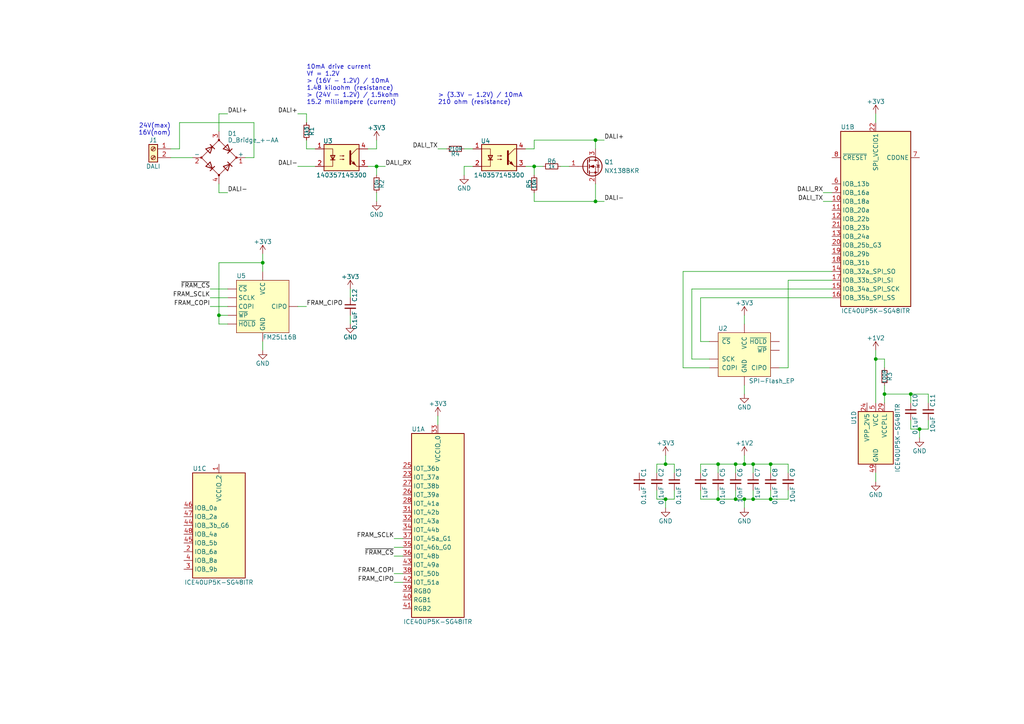
<source format=kicad_sch>
(kicad_sch (version 20230121) (generator eeschema)
  (paper "A4")
  (lib_symbols
    (symbol "Connector:Screw_Terminal_01x02" (pin_names (offset 1.016) hide)
      (property "Reference" "J" (at 0 2.54 0))
      (property "Value" "Screw_Terminal_01x02" (at 0 -5.08 0))
      (symbol "Screw_Terminal_01x02_1_1"
        (rectangle (start -1.27 1.27) (end 1.27 -3.81) (stroke (width 0.254)) (fill (type background)))
        (circle (center 0 -2.54) (radius 0.635) (stroke (width 0.1524)))
        (polyline (pts (xy -0.5334 -2.2098) (xy 0.3302 -3.048)) (stroke (width 0.1524)))
        (polyline (pts (xy -0.5334 0.3302) (xy 0.3302 -0.508)) (stroke (width 0.1524)))
        (polyline (pts (xy -0.3556 -2.032) (xy 0.508 -2.8702)) (stroke (width 0.1524)))
        (polyline (pts (xy -0.3556 0.508) (xy 0.508 -0.3302)) (stroke (width 0.1524)))
        (circle (center 0 0) (radius 0.635) (stroke (width 0.1524)))
        (pin passive line (at -5.08 0 0) (length 3.81) (name "Pin_1") (number "1"))
        (pin passive line (at -5.08 -2.54 0) (length 3.81) (name "Pin_2") (number "2"))
      )
    )
    (symbol "DX-MON:FM25L16B" (pin_numbers hide)
      (property "Reference" "U" (at -7.62 8.89 0))
      (property "Value" "FM25L16B" (at 0 -8.89 0))
      (symbol "FM25L16B_0_1"
        (rectangle (start -7.62 7.62) (end 7.62 -7.62) (stroke (width 0.1524)) (fill (type background)))
      )
      (symbol "FM25L16B_1_1"
        (pin input line (at -10.16 5.08 0) (length 2.54) (name "~{CS}") (number "1"))
        (pin output line (at 10.16 0 180) (length 2.54) (name "CIPO") (number "2"))
        (pin input line (at -10.16 -2.54 0) (length 2.54) (name "~{WP}") (number "3"))
        (pin power_in line (at 0 -10.16 90) (length 2.54) (name "GND") (number "4"))
        (pin input line (at -10.16 0 0) (length 2.54) (name "COPI") (number "5"))
        (pin input line (at -10.16 2.54 0) (length 2.54) (name "SCLK") (number "6"))
        (pin input line (at -10.16 -5.08 0) (length 2.54) (name "~{HOLD}") (number "7"))
        (pin power_in line (at 0 10.16 270) (length 2.54) (name "VCC") (number "8"))
      )
    )
    (symbol "DX_MON:SPI-Flash_EP" (pin_numbers hide) (pin_names (offset 1.016))
      (property "Reference" "U" (at -7.62 6.35 0))
      (property "Value" "SPI-Flash_EP" (at 1.27 -8.89 0))
      (symbol "SPI-Flash_EP_0_1"
        (rectangle (start -7.62 5.08) (end 7.62 -7.62) (fill (type background)))
      )
      (symbol "SPI-Flash_EP_1_1"
        (pin input line (at -10.16 2.54 0) (length 2.54) (name "~{CS}") (number "1"))
        (pin tri_state line (at 10.16 -5.08 180) (length 2.54) (name "CIPO") (number "2"))
        (pin input line (at 10.16 0 180) (length 2.54) (name "~{WP}") (number "3"))
        (pin passive line (at 0 -10.16 90) (length 2.54) (name "GND") (number "4"))
        (pin input line (at -10.16 -5.08 0) (length 2.54) (name "COPI") (number "5"))
        (pin input line (at -10.16 -2.54 0) (length 2.54) (name "SCK") (number "6"))
        (pin input line (at 10.16 2.54 180) (length 2.54) (name "~{HOLD}") (number "7"))
        (pin power_in line (at 0 7.62 270) (length 2.54) (name "VCC") (number "8"))
        (pin input line (at 0 -10.16 90) (length 2.54) hide (name "GND") (number "9"))
      )
    )
    (symbol "Device:C_Small" (pin_numbers hide) (pin_names (offset 0.254) hide)
      (property "Reference" "C" (at 0.254 1.778 0))
      (property "Value" "C_Small" (at 0.254 -2.032 0))
      (symbol "C_Small_0_1"
        (polyline (pts (xy -1.524 -0.508) (xy 1.524 -0.508)) (stroke (width 0.3302)))
        (polyline (pts (xy -1.524 0.508) (xy 1.524 0.508)) (stroke (width 0.3048)))
      )
      (symbol "C_Small_1_1"
        (pin passive line (at 0 2.54 270) (length 2.032) (name "~") (number "1"))
        (pin passive line (at 0 -2.54 90) (length 2.032) (name "~") (number "2"))
      )
    )
    (symbol "Device:D_Bridge_+-AA" (pin_names (offset 0))
      (property "Reference" "D" (at 2.54 6.985 0))
      (property "Value" "D_Bridge_+-AA" (at 2.54 5.08 0))
      (symbol "D_Bridge_+-AA_0_1"
        (circle (center -5.08 0) (radius 0.254) (fill (type outline)))
        (circle (center 0 -5.08) (radius 0.254) (fill (type outline)))
        (polyline (pts (xy -2.54 3.81) (xy -1.27 2.54)) (stroke (width 0.254)))
        (polyline (pts (xy -1.27 -2.54) (xy -2.54 -3.81)) (stroke (width 0.254)))
        (polyline (pts (xy 2.54 -1.27) (xy 3.81 -2.54)) (stroke (width 0.254)))
        (polyline (pts (xy 2.54 1.27) (xy 3.81 2.54)) (stroke (width 0.254)))
        (polyline (pts (xy -3.81 2.54) (xy -2.54 1.27) (xy -1.905 3.175) (xy -3.81 2.54)) (stroke (width 0.254)))
        (polyline (pts (xy -2.54 -1.27) (xy -3.81 -2.54) (xy -1.905 -3.175) (xy -2.54 -1.27)) (stroke (width 0.254)))
        (polyline (pts (xy 1.27 2.54) (xy 2.54 3.81) (xy 3.175 1.905) (xy 1.27 2.54)) (stroke (width 0.254)))
        (polyline (pts (xy 3.175 -1.905) (xy 1.27 -2.54) (xy 2.54 -3.81) (xy 3.175 -1.905)) (stroke (width 0.254)))
        (polyline (pts (xy -5.08 0) (xy 0 -5.08) (xy 5.08 0) (xy 0 5.08) (xy -5.08 0)))
        (circle (center 0 5.08) (radius 0.254) (fill (type outline)))
        (circle (center 5.08 0) (radius 0.254) (fill (type outline)))
      )
      (symbol "D_Bridge_+-AA_1_1"
        (pin passive line (at 7.62 0 180) (length 2.54) (name "+") (number "1"))
        (pin passive line (at -7.62 0 0) (length 2.54) (name "-") (number "2"))
        (pin passive line (at 0 7.62 270) (length 2.54) (name "~") (number "3"))
        (pin passive line (at 0 -7.62 90) (length 2.54) (name "~") (number "4"))
      )
    )
    (symbol "Device:Q_NMOS_GSD" (pin_names (offset 0) hide)
      (property "Reference" "Q" (at 5.08 1.27 0))
      (property "Value" "Q_NMOS_GSD" (at 5.08 -1.27 0))
      (symbol "Q_NMOS_GSD_0_1"
        (polyline (pts (xy 0.254 0) (xy -2.54 0)))
        (polyline (pts (xy 0.254 1.905) (xy 0.254 -1.905)) (stroke (width 0.254)))
        (polyline (pts (xy 0.762 -1.27) (xy 0.762 -2.286)) (stroke (width 0.254)))
        (polyline (pts (xy 0.762 0.508) (xy 0.762 -0.508)) (stroke (width 0.254)))
        (polyline (pts (xy 0.762 2.286) (xy 0.762 1.27)) (stroke (width 0.254)))
        (polyline (pts (xy 2.54 2.54) (xy 2.54 1.778)))
        (polyline (pts (xy 2.54 -2.54) (xy 2.54 0) (xy 0.762 0)))
        (polyline (pts (xy 0.762 -1.778) (xy 3.302 -1.778) (xy 3.302 1.778) (xy 0.762 1.778)))
        (polyline (pts (xy 1.016 0) (xy 2.032 0.381) (xy 2.032 -0.381) (xy 1.016 0)) (fill (type outline)))
        (polyline (pts (xy 2.794 0.508) (xy 2.921 0.381) (xy 3.683 0.381) (xy 3.81 0.254)))
        (polyline (pts (xy 3.302 0.381) (xy 2.921 -0.254) (xy 3.683 -0.254) (xy 3.302 0.381)))
        (circle (center 1.651 0) (radius 2.794) (stroke (width 0.254)))
        (circle (center 2.54 -1.778) (radius 0.254) (fill (type outline)))
        (circle (center 2.54 1.778) (radius 0.254) (fill (type outline)))
      )
      (symbol "Q_NMOS_GSD_1_1"
        (pin input line (at -5.08 0 0) (length 2.54) (name "G") (number "1"))
        (pin passive line (at 2.54 -5.08 90) (length 2.54) (name "S") (number "2"))
        (pin passive line (at 2.54 5.08 270) (length 2.54) (name "D") (number "3"))
      )
    )
    (symbol "Device:R_Small" (pin_numbers hide) (pin_names (offset 0.254) hide)
      (property "Reference" "R" (at 0.762 0.508 0))
      (property "Value" "R_Small" (at 0.762 -1.016 0))
      (symbol "R_Small_0_1"
        (rectangle (start -0.762 1.778) (end 0.762 -1.778) (stroke (width 0.2032)))
      )
      (symbol "R_Small_1_1"
        (pin passive line (at 0 2.54 270) (length 0.762) (name "~") (number "1"))
        (pin passive line (at 0 -2.54 90) (length 0.762) (name "~") (number "2"))
      )
    )
    (symbol "FPGA_Lattice:ICE40UP5K-SG48ITR"
      (property "Reference" "U" (at -8.89 -29.21 0))
      (property "Value" "ICE40UP5K-SG48ITR" (at 0 -31.75 0))
      (symbol "ICE40UP5K-SG48ITR_1_1"
        (rectangle (start -7.62 25.4) (end 7.62 -27.94) (stroke (width 0.254)) (fill (type background)))
        (pin bidirectional line (at -10.16 12.7 0) (length 2.54) (name "IOT_37a") (number "23"))
        (pin bidirectional line (at -10.16 15.24 0) (length 2.54) (name "IOT_36b") (number "25"))
        (pin bidirectional line (at -10.16 7.62 0) (length 2.54) (name "IOT_39a") (number "26"))
        (pin bidirectional line (at -10.16 10.16 0) (length 2.54) (name "IOT_38b") (number "27"))
        (pin bidirectional line (at -10.16 5.08 0) (length 2.54) (name "IOT_41a") (number "28"))
        (pin bidirectional line (at -10.16 2.54 0) (length 2.54) (name "IOT_42b") (number "31"))
        (pin bidirectional line (at -10.16 0 0) (length 2.54) (name "IOT_43a") (number "32"))
        (pin power_in line (at 0 27.94 270) (length 2.54) (name "VCCIO_0") (number "33"))
        (pin bidirectional line (at -10.16 -2.54 0) (length 2.54) (name "IOT_44b") (number "34"))
        (pin bidirectional line (at -10.16 -7.62 0) (length 2.54) (name "IOT_46b_G0") (number "35"))
        (pin bidirectional line (at -10.16 -10.16 0) (length 2.54) (name "IOT_48b") (number "36"))
        (pin bidirectional line (at -10.16 -5.08 0) (length 2.54) (name "IOT_45a_G1") (number "37"))
        (pin bidirectional line (at -10.16 -15.24 0) (length 2.54) (name "IOT_50b") (number "38"))
        (pin open_collector line (at -10.16 -20.32 0) (length 2.54) (name "RGB0") (number "39"))
        (pin open_collector line (at -10.16 -22.86 0) (length 2.54) (name "RGB1") (number "40"))
        (pin open_collector line (at -10.16 -25.4 0) (length 2.54) (name "RGB2") (number "41"))
        (pin bidirectional line (at -10.16 -17.78 0) (length 2.54) (name "IOT_51a") (number "42"))
        (pin bidirectional line (at -10.16 -12.7 0) (length 2.54) (name "IOT_49a") (number "43"))
      )
      (symbol "ICE40UP5K-SG48ITR_2_1"
        (rectangle (start -10.16 25.4) (end 10.16 -25.4) (stroke (width 0.254)) (fill (type background)))
        (pin bidirectional line (at -12.7 5.08 0) (length 2.54) (name "IOB_18a") (number "10"))
        (pin bidirectional line (at -12.7 2.54 0) (length 2.54) (name "IOB_20a") (number "11"))
        (pin bidirectional line (at -12.7 0 0) (length 2.54) (name "IOB_22b") (number "12"))
        (pin bidirectional line (at -12.7 -5.08 0) (length 2.54) (name "IOB_24a") (number "13"))
        (pin bidirectional line (at -12.7 -15.24 0) (length 2.54) (name "IOB_32a_SPI_SO") (number "14"))
        (pin bidirectional line (at -12.7 -20.32 0) (length 2.54) (name "IOB_34a_SPI_SCK") (number "15"))
        (pin bidirectional line (at -12.7 -22.86 0) (length 2.54) (name "IOB_35b_SPI_SS") (number "16"))
        (pin bidirectional line (at -12.7 -17.78 0) (length 2.54) (name "IOB_33b_SPI_SI") (number "17"))
        (pin bidirectional line (at -12.7 -12.7 0) (length 2.54) (name "IOB_31b") (number "18"))
        (pin bidirectional line (at -12.7 -10.16 0) (length 2.54) (name "IOB_29b") (number "19"))
        (pin bidirectional line (at -12.7 -7.62 0) (length 2.54) (name "IOB_25b_G3") (number "20"))
        (pin bidirectional line (at -12.7 -2.54 0) (length 2.54) (name "IOB_23b") (number "21"))
        (pin power_in line (at 0 27.94 270) (length 2.54) (name "SPI_VCCIO1") (number "22"))
        (pin bidirectional line (at -12.7 10.16 0) (length 2.54) (name "IOB_13b") (number "6"))
        (pin open_collector line (at 12.7 17.78 180) (length 2.54) (name "CDONE") (number "7"))
        (pin input line (at -12.7 17.78 0) (length 2.54) (name "~{CRESET}") (number "8"))
        (pin bidirectional line (at -12.7 7.62 0) (length 2.54) (name "IOB_16a") (number "9"))
      )
      (symbol "ICE40UP5K-SG48ITR_3_1"
        (rectangle (start -7.62 15.24) (end 7.62 -15.24) (stroke (width 0.254)) (fill (type background)))
        (pin power_in line (at 0 17.78 270) (length 2.54) (name "VCCIO_2") (number "1"))
        (pin bidirectional line (at -10.16 -7.62 0) (length 2.54) (name "IOB_6a") (number "2"))
        (pin bidirectional line (at -10.16 -12.7 0) (length 2.54) (name "IOB_9b") (number "3"))
        (pin bidirectional line (at -10.16 -10.16 0) (length 2.54) (name "IOB_8a") (number "4"))
        (pin bidirectional line (at -10.16 0 0) (length 2.54) (name "IOB_3b_G6") (number "44"))
        (pin bidirectional line (at -10.16 -5.08 0) (length 2.54) (name "IOB_5b") (number "45"))
        (pin bidirectional line (at -10.16 5.08 0) (length 2.54) (name "IOB_0a") (number "46"))
        (pin bidirectional line (at -10.16 2.54 0) (length 2.54) (name "IOB_2a") (number "47"))
        (pin bidirectional line (at -10.16 -2.54 0) (length 2.54) (name "IOB_4a") (number "48"))
      )
      (symbol "ICE40UP5K-SG48ITR_4_1"
        (rectangle (start -5.08 7.62) (end 5.08 -7.62) (stroke (width 0.254)) (fill (type background)))
        (pin power_in line (at -2.54 10.16 270) (length 2.54) (name "VPP_2V5") (number "24"))
        (pin power_out line (at 2.54 10.16 270) (length 2.54) (name "VCCPLL") (number "29"))
        (pin passive line (at 0 10.16 270) (length 2.54) hide (name "VCC") (number "30"))
        (pin power_in line (at 0 -10.16 90) (length 2.54) (name "GND") (number "49"))
        (pin power_in line (at 0 10.16 270) (length 2.54) (name "VCC") (number "5"))
      )
    )
    (symbol "Isolator:LTV-356T" (pin_names (offset 1.016))
      (property "Reference" "U" (at -5.334 4.826 0))
      (property "Value" "LTV-356T" (at 0 5.08 0))
      (symbol "LTV-356T_0_1"
        (rectangle (start -5.08 3.81) (end 5.08 -3.81) (stroke (width 0.254)) (fill (type background)))
        (polyline (pts (xy -3.175 -0.635) (xy -1.905 -0.635)) (stroke (width 0.254)))
        (polyline (pts (xy 2.54 0.635) (xy 4.445 2.54)))
        (polyline (pts (xy 4.445 -2.54) (xy 2.54 -0.635)) (fill (type outline)))
        (polyline (pts (xy 4.445 -2.54) (xy 5.08 -2.54)))
        (polyline (pts (xy 4.445 2.54) (xy 5.08 2.54)))
        (polyline (pts (xy -5.08 2.54) (xy -2.54 2.54) (xy -2.54 -0.762)))
        (polyline (pts (xy -2.54 -0.635) (xy -2.54 -2.54) (xy -5.08 -2.54)))
        (polyline (pts (xy 2.54 1.905) (xy 2.54 -1.905) (xy 2.54 -1.905)) (stroke (width 0.508)))
        (polyline (pts (xy -2.54 -0.635) (xy -3.175 0.635) (xy -1.905 0.635) (xy -2.54 -0.635)) (stroke (width 0.254)))
        (polyline (pts (xy -0.508 -0.508) (xy 0.762 -0.508) (xy 0.381 -0.635) (xy 0.381 -0.381) (xy 0.762 -0.508)))
        (polyline (pts (xy -0.508 0.508) (xy 0.762 0.508) (xy 0.381 0.381) (xy 0.381 0.635) (xy 0.762 0.508)))
        (polyline (pts (xy 3.048 -1.651) (xy 3.556 -1.143) (xy 4.064 -2.159) (xy 3.048 -1.651) (xy 3.048 -1.651)) (fill (type outline)))
      )
      (symbol "LTV-356T_1_1"
        (pin passive line (at -7.62 2.54 0) (length 2.54) (name "~") (number "1"))
        (pin passive line (at -7.62 -2.54 0) (length 2.54) (name "~") (number "2"))
        (pin passive line (at 7.62 -2.54 180) (length 2.54) (name "~") (number "3"))
        (pin passive line (at 7.62 2.54 180) (length 2.54) (name "~") (number "4"))
      )
    )
    (symbol "power:+1V2" (power) (pin_names (offset 0))
      (property "Value" "+1V2" (at 0 3.556 0))
      (symbol "+1V2_0_1"
        (polyline (pts (xy -0.762 1.27) (xy 0 2.54)))
        (polyline (pts (xy 0 0) (xy 0 2.54)))
        (polyline (pts (xy 0 2.54) (xy 0.762 1.27)))
      )
      (symbol "+1V2_1_1"
        (pin power_in line (at 0 0 90) (length 0) hide (name "+1V2") (number "1"))
      )
    )
    (symbol "power:+3V3" (power) (pin_names (offset 0))
      (property "Value" "+3V3" (at 0 3.556 0))
      (symbol "+3V3_0_1"
        (polyline (pts (xy -0.762 1.27) (xy 0 2.54)))
        (polyline (pts (xy 0 0) (xy 0 2.54)))
        (polyline (pts (xy 0 2.54) (xy 0.762 1.27)))
      )
      (symbol "+3V3_1_1"
        (pin power_in line (at 0 0 90) (length 0) hide (name "+3V3") (number "1"))
      )
    )
    (symbol "power:GND" (power) (pin_names (offset 0))
      (property "Value" "GND" (at 0 -3.81 0))
      (symbol "GND_0_1"
        (polyline (pts (xy 0 0) (xy 0 -1.27) (xy 1.27 -1.27) (xy 0 -2.54) (xy -1.27 -1.27) (xy 0 -1.27)))
      )
      (symbol "GND_1_1"
        (pin power_in line (at 0 0 270) (length 0) hide (name "GND") (number "1"))
      )
    )
  )
  (junction (at 208.28 144.78))
  (junction (at 76.2 76.2))
  (junction (at 215.9 134.62))
  (junction (at 254 104.14))
  (junction (at 172.72 40.64))
  (junction (at 264.16 114.3))
  (junction (at 223.52 144.78))
  (junction (at 109.22 48.26))
  (junction (at 266.7 124.46))
  (junction (at 154.94 48.26))
  (junction (at 215.9 144.78))
  (junction (at 256.54 114.3))
  (junction (at 213.36 144.78))
  (junction (at 63.5 91.44))
  (junction (at 172.72 58.42))
  (junction (at 213.36 134.62))
  (junction (at 208.28 134.62))
  (junction (at 218.44 134.62))
  (junction (at 193.04 134.62))
  (junction (at 218.44 144.78))
  (junction (at 193.04 144.78))
  (junction (at 223.52 134.62))
  (wire (pts (xy 109.22 50.8) (xy 109.22 48.26)))
  (wire (pts (xy 203.2 134.62) (xy 208.28 134.62)))
  (wire (pts (xy 203.2 137.16) (xy 203.2 134.62)))
  (wire (pts (xy 208.28 134.62) (xy 213.36 134.62)))
  (wire (pts (xy 213.36 134.62) (xy 215.9 134.62)))
  (wire (pts (xy 152.4 48.26) (xy 154.94 48.26)))
  (wire (pts (xy 154.94 58.42) (xy 172.72 58.42)))
  (wire (pts (xy 172.72 58.42) (xy 175.26 58.42)))
  (wire (pts (xy 215.9 91.44) (xy 215.9 93.98)))
  (wire (pts (xy 256.54 104.14) (xy 254 104.14)))
  (wire (pts (xy 256.54 106.68) (xy 256.54 104.14)))
  (wire (pts (xy 218.44 142.24) (xy 218.44 144.78)))
  (wire (pts (xy 264.16 121.92) (xy 264.16 124.46)))
  (wire (pts (xy 264.16 124.46) (xy 266.7 124.46)))
  (wire (pts (xy 266.7 124.46) (xy 266.7 127)))
  (wire (pts (xy 154.94 40.64) (xy 154.94 43.18)))
  (wire (pts (xy 154.94 43.18) (xy 152.4 43.18)))
  (wire (pts (xy 193.04 132.08) (xy 193.04 134.62)))
  (wire (pts (xy 203.2 142.24) (xy 203.2 144.78)))
  (wire (pts (xy 203.2 144.78) (xy 208.28 144.78)))
  (wire (pts (xy 208.28 144.78) (xy 213.36 144.78)))
  (wire (pts (xy 213.36 144.78) (xy 215.9 144.78)))
  (wire (pts (xy 238.76 58.42) (xy 241.3 58.42)))
  (wire (pts (xy 218.44 137.16) (xy 218.44 134.62)))
  (wire (pts (xy 114.3 168.91) (xy 116.84 168.91)))
  (wire (pts (xy 106.68 48.26) (xy 109.22 48.26)))
  (wire (pts (xy 109.22 48.26) (xy 111.76 48.26)))
  (wire (pts (xy 238.76 55.88) (xy 241.3 55.88)))
  (wire (pts (xy 228.6 81.28) (xy 241.3 81.28)))
  (wire (pts (xy 63.5 76.2) (xy 63.5 91.44)))
  (wire (pts (xy 76.2 76.2) (xy 63.5 76.2)))
  (wire (pts (xy 76.2 78.74) (xy 76.2 76.2)))
  (wire (pts (xy 66.04 83.82) (xy 60.96 83.82)))
  (wire (pts (xy 154.94 55.88) (xy 154.94 58.42)))
  (wire (pts (xy 134.62 48.26) (xy 134.62 50.8)))
  (wire (pts (xy 86.36 33.02) (xy 88.9 33.02)))
  (wire (pts (xy 88.9 35.56) (xy 88.9 33.02)))
  (wire (pts (xy 254 33.02) (xy 254 35.56)))
  (wire (pts (xy 63.5 33.02) (xy 66.04 33.02)))
  (wire (pts (xy 63.5 38.1) (xy 63.5 33.02)))
  (wire (pts (xy 208.28 142.24) (xy 208.28 144.78)))
  (wire (pts (xy 114.3 156.21) (xy 116.84 156.21)))
  (wire (pts (xy 190.5 144.78) (xy 193.04 144.78)))
  (wire (pts (xy 208.28 137.16) (xy 208.28 134.62)))
  (wire (pts (xy 256.54 111.76) (xy 256.54 114.3)))
  (wire (pts (xy 256.54 114.3) (xy 256.54 116.84)))
  (wire (pts (xy 76.2 99.06) (xy 76.2 101.6)))
  (wire (pts (xy 269.24 121.92) (xy 269.24 124.46)))
  (wire (pts (xy 269.24 124.46) (xy 266.7 124.46)))
  (wire (pts (xy 200.66 83.82) (xy 200.66 104.14)))
  (wire (pts (xy 200.66 104.14) (xy 205.74 104.14)))
  (wire (pts (xy 66.04 88.9) (xy 60.96 88.9)))
  (wire (pts (xy 172.72 43.18) (xy 172.72 40.64)))
  (wire (pts (xy 198.12 78.74) (xy 198.12 106.68)))
  (wire (pts (xy 205.74 106.68) (xy 198.12 106.68)))
  (wire (pts (xy 203.2 86.36) (xy 241.3 86.36)))
  (wire (pts (xy 154.94 40.64) (xy 172.72 40.64)))
  (wire (pts (xy 172.72 40.64) (xy 175.26 40.64)))
  (wire (pts (xy 226.06 106.68) (xy 228.6 106.68)))
  (wire (pts (xy 228.6 106.68) (xy 228.6 81.28)))
  (wire (pts (xy 190.5 144.78) (xy 190.5 142.24)))
  (wire (pts (xy 195.58 142.24) (xy 195.58 144.78)))
  (wire (pts (xy 195.58 144.78) (xy 193.04 144.78)))
  (wire (pts (xy 157.48 48.26) (xy 154.94 48.26)))
  (wire (pts (xy 254 137.16) (xy 254 139.7)))
  (wire (pts (xy 86.36 88.9) (xy 88.9 88.9)))
  (wire (pts (xy 213.36 142.24) (xy 213.36 144.78)))
  (wire (pts (xy 200.66 83.82) (xy 241.3 83.82)))
  (wire (pts (xy 49.53 45.72) (xy 55.88 45.72)))
  (wire (pts (xy 256.54 114.3) (xy 264.16 114.3)))
  (wire (pts (xy 264.16 114.3) (xy 269.24 114.3)))
  (wire (pts (xy 269.24 114.3) (xy 269.24 116.84)))
  (wire (pts (xy 106.68 43.18) (xy 109.22 43.18)))
  (wire (pts (xy 109.22 40.64) (xy 109.22 43.18)))
  (wire (pts (xy 215.9 132.08) (xy 215.9 134.62)))
  (wire (pts (xy 215.9 134.62) (xy 218.44 134.62)))
  (wire (pts (xy 218.44 134.62) (xy 223.52 134.62)))
  (wire (pts (xy 223.52 134.62) (xy 228.6 134.62)))
  (wire (pts (xy 228.6 134.62) (xy 228.6 137.16)))
  (wire (pts (xy 63.5 91.44) (xy 66.04 91.44)))
  (wire (pts (xy 63.5 93.98) (xy 63.5 91.44)))
  (wire (pts (xy 66.04 93.98) (xy 63.5 93.98)))
  (wire (pts (xy 137.16 43.18) (xy 134.62 43.18)))
  (wire (pts (xy 63.5 53.34) (xy 63.5 55.88)))
  (wire (pts (xy 63.5 55.88) (xy 66.04 55.88)))
  (wire (pts (xy 254 101.6) (xy 254 104.14)))
  (wire (pts (xy 264.16 116.84) (xy 264.16 114.3)))
  (wire (pts (xy 76.2 73.66) (xy 76.2 76.2)))
  (wire (pts (xy 101.6 91.44) (xy 101.6 93.98)))
  (wire (pts (xy 223.52 142.24) (xy 223.52 144.78)))
  (wire (pts (xy 52.07 35.56) (xy 52.07 43.18)))
  (wire (pts (xy 52.07 43.18) (xy 49.53 43.18)))
  (wire (pts (xy 71.12 45.72) (xy 73.66 45.72)))
  (wire (pts (xy 73.66 35.56) (xy 52.07 35.56)))
  (wire (pts (xy 73.66 45.72) (xy 73.66 35.56)))
  (wire (pts (xy 114.3 161.29) (xy 116.84 161.29)))
  (wire (pts (xy 213.36 137.16) (xy 213.36 134.62)))
  (wire (pts (xy 215.9 114.3) (xy 215.9 111.76)))
  (wire (pts (xy 223.52 137.16) (xy 223.52 134.62)))
  (wire (pts (xy 162.56 48.26) (xy 165.1 48.26)))
  (wire (pts (xy 109.22 55.88) (xy 109.22 58.42)))
  (wire (pts (xy 190.5 134.62) (xy 193.04 134.62)))
  (wire (pts (xy 190.5 137.16) (xy 190.5 134.62)))
  (wire (pts (xy 137.16 48.26) (xy 134.62 48.26)))
  (wire (pts (xy 154.94 50.8) (xy 154.94 48.26)))
  (wire (pts (xy 193.04 134.62) (xy 195.58 134.62)))
  (wire (pts (xy 195.58 134.62) (xy 195.58 137.16)))
  (wire (pts (xy 198.12 78.74) (xy 241.3 78.74)))
  (wire (pts (xy 114.3 166.37) (xy 116.84 166.37)))
  (wire (pts (xy 88.9 40.64) (xy 88.9 43.18)))
  (wire (pts (xy 88.9 43.18) (xy 91.44 43.18)))
  (wire (pts (xy 114.3 158.75) (xy 116.84 158.75)))
  (wire (pts (xy 203.2 99.06) (xy 203.2 86.36)))
  (wire (pts (xy 205.74 99.06) (xy 203.2 99.06)))
  (wire (pts (xy 101.6 83.82) (xy 101.6 86.36)))
  (wire (pts (xy 215.9 144.78) (xy 218.44 144.78)))
  (wire (pts (xy 215.9 147.32) (xy 215.9 144.78)))
  (wire (pts (xy 218.44 144.78) (xy 223.52 144.78)))
  (wire (pts (xy 223.52 144.78) (xy 228.6 144.78)))
  (wire (pts (xy 228.6 144.78) (xy 228.6 142.24)))
  (wire (pts (xy 66.04 86.36) (xy 60.96 86.36)))
  (wire (pts (xy 172.72 53.34) (xy 172.72 58.42)))
  (wire (pts (xy 193.04 147.32) (xy 193.04 144.78)))
  (wire (pts (xy 127 120.65) (xy 127 123.19)))
  (wire (pts (xy 129.54 43.18) (xy 127 43.18)))
  (wire (pts (xy 254 104.14) (xy 254 116.84)))
  (wire (pts (xy 86.36 48.26) (xy 91.44 48.26)))
  (text "> (3.3V - 1.2V) / 10mA\n210 ohm (resistance)\n" (at 127 30.48 0) (effects (font (size 1.27 1.27)) (justify left bottom)))
  (text "24V(max)\n16V(nom)" (at 49.53 39.37 0) (effects (font (size 1.27 1.27)) (justify right bottom)))
  (text "10mA drive current\nVf = 1.2V\n> (16V - 1.2V) / 10mA\n1.48 kiloohm (resistance)\n> (24V - 1.2V) / 1.5kohm\n15.2 milliampere (current)" (at 88.9 30.48 0) (effects (font (size 1.27 1.27)) (justify left bottom)))
  (label "~{FRAM_CS}" (at 114.3 161.29 180))
  (label "DALI+" (at 175.26 40.64 0))
  (label "DALI-" (at 175.26 58.42 0))
  (label "DALI+" (at 66.04 33.02 0))
  (label "FRAM_COPI" (at 60.96 88.9 180))
  (label "DALI_RX" (at 238.76 55.88 180))
  (label "FRAM_SCLK" (at 60.96 86.36 180))
  (label "FRAM_CIPO" (at 88.9 88.9 0))
  (label "DALI_TX" (at 127 43.18 180))
  (label "DALI-" (at 86.36 48.26 180))
  (label "DALI_RX" (at 111.76 48.26 0))
  (label "DALI+" (at 86.36 33.02 180))
  (label "FRAM_CIPO" (at 114.3 168.91 180))
  (label "DALI_TX" (at 238.76 58.42 180))
  (label "DALI-" (at 66.04 55.88 0))
  (label "FRAM_SCLK" (at 114.3 156.21 180))
  (label "~{FRAM_CS}" (at 60.96 83.82 180))
  (label "FRAM_COPI" (at 114.3 166.37 180))
  (symbol (lib_id "power:GND") (at 266.7 127 0) (unit 1)
    (property "Reference" "#PWR013" (effects hide))
    (property "Value" "GND" (at 266.7 130.81 0))
  )
  (symbol (lib_id "Device:C_Small") (at 223.52 139.7 0) (unit 1)
    (property "Reference" "C8" (at 224.79 138.43 90) (effects (justify left)))
    (property "Value" "0.1uF" (at 224.79 140.97 90) (effects (justify right)))
    (property "Footprint" "rhais_rcl:C0603" (effects hide))
  )
  (symbol (lib_id "Connector:Screw_Terminal_01x02") (at 44.45 43.18 0) (mirror y) (unit 1)
    (property "Reference" "J1" (at 44.45 40.64 0))
    (property "Value" "DALI" (at 44.45 48.26 0))
    (property "Footprint" "Connector_Phoenix_MSTB:PhoenixContact_MSTBA_2,5_2-G-5,08_1x02_P5.08mm_Horizontal" (effects hide))
  )
  (symbol (lib_id "power:+1V2") (at 215.9 132.08 0) (unit 1)
    (property "Reference" "#PWR011" (effects hide))
    (property "Value" "+1V2" (at 215.9 128.524 0))
  )
  (symbol (lib_id "Device:R_Small") (at 88.9 38.1 0) (unit 1)
    (property "Reference" "R1" (at 89.662 38.1 90) (effects (justify top)))
    (property "Value" "1k5" (at 88.9 38.1 90) (effects (font (size 1.016 1.016))))
    (property "Footprint" "rhais_rcl:R0603" (effects hide))
  )
  (symbol (lib_id "power:+3V3") (at 127 120.65 0) (unit 1)
    (property "Reference" "#PWR01" (effects hide))
    (property "Value" "+3V3" (at 127 117.094 0))
  )
  (symbol (lib_id "DX_MON:SPI-Flash_EP") (at 215.9 101.6 0) (unit 1)
    (property "Reference" "U2" (at 208.28 95.25 0) (effects (justify left)))
    (property "Value" "SPI-Flash_EP" (at 217.17 110.49 0) (effects (justify left)))
    (property "Footprint" "rhais_package-qfn:UDFN-8-1EP_6x5mm_P1.27mm_EP3.4x4mm" (effects hide))
  )
  (symbol (lib_id "Device:C_Small") (at 269.24 119.38 0) (unit 1)
    (property "Reference" "C11" (at 270.51 118.11 90) (effects (justify left)))
    (property "Value" "10uF" (at 270.51 120.65 90) (effects (justify right)))
    (property "Footprint" "rhais_rcl:C0603" (effects hide))
  )
  (symbol (lib_id "power:GND") (at 76.2 101.6 0) (unit 1)
    (property "Reference" "#PWR014" (effects hide))
    (property "Value" "GND" (at 76.2 105.41 0))
  )
  (symbol (lib_id "Device:C_Small") (at 195.58 139.7 0) (unit 1)
    (property "Reference" "C3" (at 196.85 138.43 90) (effects (justify left)))
    (property "Value" "0.1uF" (at 196.85 140.97 90) (effects (justify right)))
    (property "Footprint" "rhais_rcl:C0603" (effects hide))
  )
  (symbol (lib_id "power:GND") (at 215.9 114.3 0) (unit 1)
    (property "Reference" "#PWR03" (effects hide))
    (property "Value" "GND" (at 215.9 118.11 0))
  )
  (symbol (lib_id "Device:C_Small") (at 264.16 119.38 0) (unit 1)
    (property "Reference" "C10" (at 265.43 118.11 90) (effects (justify left)))
    (property "Value" "0.1uF" (at 265.43 120.65 90) (effects (justify right)))
    (property "Footprint" "rhais_rcl:C0603" (effects hide))
  )
  (symbol (lib_id "Device:D_Bridge_+-AA") (at 63.5 45.72 0) (unit 1)
    (property "Reference" "D1" (at 66.04 38.735 0) (effects (justify left)))
    (property "Value" "D_Bridge_+-AA" (at 66.04 40.64 0) (effects (justify left)))
    (property "Footprint" "rhais_diode:Bridge_Bridge_DBL" (effects hide))
    (property "Datasheet" "https://www.taiwansemi.com/assets/uploads/datasheet/DBLS101G%20SERIES_P2103.pdf" (effects hide))
    (property "MFR" "Taiwan Semi" (effects hide))
    (property "MPN" "DBLS101G" (effects hide))
    (property "OC_FARNELL" "2677224" (effects hide))
    (property "URL_FARNELL" "https://uk.farnell.com/taiwan-semiconductor/dbls101g/diode-bridge-rect-1-ph-50v-1a/dp/2677224" (effects hide))
  )
  (symbol (lib_id "Device:R_Small") (at 109.22 53.34 0) (unit 1)
    (property "Reference" "R2" (at 109.982 53.34 90) (effects (justify top)))
    (property "Value" "10k" (at 109.22 53.34 90) (effects (font (size 1.016 1.016))))
    (property "Footprint" "rhais_rcl:R0603" (effects hide))
  )
  (symbol (lib_id "power:GND") (at 101.6 93.98 0) (unit 1)
    (property "Reference" "#PWR016" (effects hide))
    (property "Value" "GND" (at 101.6 97.79 0))
  )
  (symbol (lib_id "Device:Q_NMOS_GSD") (at 170.18 48.26 0) (unit 1)
    (property "Reference" "Q1" (at 175.26 46.99 0) (effects (justify left)))
    (property "Value" "NX138BKR" (at 175.26 49.53 0) (effects (justify left)))
    (property "Footprint" "rhais_package-smd:SOT-23" (effects hide))
    (property "Datasheet" "https://assets.nexperia.com/documents/data-sheet/NX138BK.pdf" (effects hide))
    (property "MFR" "Nexperia" (effects hide))
    (property "MPN" "NX138BKR" (effects hide))
    (property "OC_FARNELL" "2545266" (effects hide))
    (property "URL_FARNELL" "https://uk.farnell.com/nexperia/nx138bkr/mosfet-n-ch-60v-0-265a-sot-23/dp/2545266" (effects hide))
  )
  (symbol (lib_id "DX-MON:FM25L16B") (at 76.2 88.9 0) (unit 1)
    (property "Reference" "U5" (at 68.58 80.01 0) (effects (justify left)))
    (property "Value" "FM25L16B" (at 76.2 97.79 0) (effects (justify left)))
    (property "Footprint" "rhais_package-qfn:WDFN-8-1EP_4x4.5mm_P0.95mm_EP2.6x3.6mm" (effects hide))
  )
  (symbol (lib_id "power:+3V3") (at 215.9 91.44 0) (unit 1)
    (property "Reference" "#PWR02" (effects hide))
    (property "Value" "+3V3" (at 215.9 87.884 0))
  )
  (symbol (lib_id "power:+3V3") (at 101.6 83.82 0) (unit 1)
    (property "Reference" "#PWR015" (effects hide))
    (property "Value" "+3V3" (at 101.6 80.264 0))
  )
  (symbol (lib_id "FPGA_Lattice:ICE40UP5K-SG48ITR") (at 63.5 152.4 0) (unit 3)
    (property "Reference" "U1" (at 55.88 135.89 0) (effects (justify left)))
    (property "Value" "ICE40UP5K-SG48ITR" (at 63.5 168.91 0))
    (property "Footprint" "Package_DFN_QFN:QFN-48-1EP_7x7mm_P0.5mm_EP5.6x5.6mm" (effects hide))
    (property "Datasheet" "http://www.latticesemi.com/Products/FPGAandCPLD/iCE40Ultra" (effects hide))
  )
  (symbol (lib_id "Device:C_Small") (at 190.5 139.7 0) (unit 1)
    (property "Reference" "C2" (at 191.77 138.43 90) (effects (justify left)))
    (property "Value" "0.1uF" (at 191.77 140.97 90) (effects (justify right)))
    (property "Footprint" "rhais_rcl:C0603" (effects hide))
  )
  (symbol (lib_id "Device:R_Small") (at 154.94 53.34 180) (unit 1)
    (property "Reference" "R5" (at 154.178 53.34 90) (effects (justify top)))
    (property "Value" "10k" (at 154.94 53.34 90) (effects (font (size 1.016 1.016))))
    (property "Footprint" "rhais_rcl:R0603" (effects hide))
  )
  (symbol (lib_id "power:+1V2") (at 254 101.6 0) (unit 1)
    (property "Reference" "#PWR05" (effects hide))
    (property "Value" "+1V2" (at 254 98.044 0))
  )
  (symbol (lib_id "power:GND") (at 254 139.7 0) (unit 1)
    (property "Reference" "#PWR06" (effects hide))
    (property "Value" "GND" (at 254 143.51 0))
  )
  (symbol (lib_id "power:GND") (at 193.04 147.32 0) (unit 1)
    (property "Reference" "#PWR010" (effects hide))
    (property "Value" "GND" (at 193.04 151.13 0))
  )
  (symbol (lib_id "Device:C_Small") (at 185.42 139.7 0) (unit 1)
    (property "Reference" "C1" (at 186.69 138.43 90) (effects (justify left)))
    (property "Value" "0.1uF" (at 186.69 140.97 90) (effects (justify right)))
    (property "Footprint" "rhais_rcl:C0603" (effects hide))
  )
  (symbol (lib_id "Device:C_Small") (at 101.6 88.9 0) (unit 1)
    (property "Reference" "C12" (at 102.87 87.63 90) (effects (justify left)))
    (property "Value" "0.1uF" (at 102.87 90.17 90) (effects (justify right)))
    (property "Footprint" "rhais_rcl:C0603" (effects hide))
  )
  (symbol (lib_id "FPGA_Lattice:ICE40UP5K-SG48ITR") (at 254 127 0) (unit 4)
    (property "Reference" "U1" (at 247.65 123.19 90) (effects (justify left)))
    (property "Value" "ICE40UP5K-SG48ITR" (at 260.35 127 90))
    (property "Footprint" "Package_DFN_QFN:QFN-48-1EP_7x7mm_P0.5mm_EP5.6x5.6mm" (effects hide))
    (property "Datasheet" "http://www.latticesemi.com/Products/FPGAandCPLD/iCE40Ultra" (effects hide))
  )
  (symbol (lib_id "power:GND") (at 134.62 50.8 0) (mirror y) (unit 1)
    (property "Reference" "#PWR07" (effects hide))
    (property "Value" "GND" (at 134.62 54.61 0))
  )
  (symbol (lib_id "power:GND") (at 215.9 147.32 0) (unit 1)
    (property "Reference" "#PWR012" (effects hide))
    (property "Value" "GND" (at 215.9 151.13 0))
  )
  (symbol (lib_id "FPGA_Lattice:ICE40UP5K-SG48ITR") (at 127 151.13 0) (unit 1)
    (property "Reference" "U1" (at 119.38 124.46 0) (effects (justify left)))
    (property "Value" "ICE40UP5K-SG48ITR" (at 127 180.34 0))
    (property "Footprint" "rhais_package-qfn:QFN-48-1EP_7x7mm_P0.5mm_EP5.6x5.6mm" (effects hide))
    (property "Datasheet" "http://www.latticesemi.com/Products/FPGAandCPLD/iCE40Ultra" (effects hide))
  )
  (symbol (lib_id "Device:C_Small") (at 213.36 139.7 0) (unit 1)
    (property "Reference" "C6" (at 214.63 138.43 90) (effects (justify left)))
    (property "Value" "10nF" (at 214.63 140.97 90) (effects (justify right)))
    (property "Footprint" "rhais_rcl:C0603" (effects hide))
  )
  (symbol (lib_id "power:+3V3") (at 76.2 73.66 0) (unit 1)
    (property "Reference" "#PWR08" (effects hide))
    (property "Value" "+3V3" (at 76.2 70.104 0))
  )
  (symbol (lib_id "Device:R_Small") (at 160.02 48.26 90) (unit 1)
    (property "Reference" "R6" (at 160.02 47.498 90) (effects (justify top)))
    (property "Value" "1k" (at 160.02 48.26 90) (effects (font (size 1.016 1.016))))
    (property "Footprint" "rhais_rcl:R0603" (effects hide))
  )
  (symbol (lib_id "FPGA_Lattice:ICE40UP5K-SG48ITR") (at 254 63.5 0) (unit 2)
    (property "Reference" "U1" (at 243.84 36.83 0) (effects (justify left)))
    (property "Value" "ICE40UP5K-SG48ITR" (at 254 90.17 0))
    (property "Footprint" "Package_DFN_QFN:QFN-48-1EP_7x7mm_P0.5mm_EP5.6x5.6mm" (effects hide))
    (property "Datasheet" "http://www.latticesemi.com/Products/FPGAandCPLD/iCE40Ultra" (effects hide))
  )
  (symbol (lib_id "Device:R_Small") (at 256.54 109.22 0) (unit 1)
    (property "Reference" "R3" (at 257.302 109.22 90) (effects (justify top)))
    (property "Value" "100R" (at 256.54 109.22 90) (effects (font (size 1.016 1.016))))
    (property "Footprint" "rhais_rcl:R0603" (effects hide))
  )
  (symbol (lib_id "Device:R_Small") (at 132.08 43.18 90) (mirror x) (unit 1)
    (property "Reference" "R4" (at 132.08 43.942 90) (effects (justify top)))
    (property "Value" "210R" (at 132.08 43.18 90) (effects (font (size 1.016 1.016))))
    (property "Footprint" "rhais_rcl:R0603" (effects hide))
  )
  (symbol (lib_id "Device:C_Small") (at 203.2 139.7 0) (unit 1)
    (property "Reference" "C4" (at 204.47 138.43 90) (effects (justify left)))
    (property "Value" "1uF" (at 204.47 140.97 90) (effects (justify right)))
    (property "Footprint" "rhais_rcl:C0603" (effects hide))
  )
  (symbol (lib_id "Device:C_Small") (at 228.6 139.7 0) (unit 1)
    (property "Reference" "C9" (at 229.87 138.43 90) (effects (justify left)))
    (property "Value" "10uF" (at 229.87 140.97 90) (effects (justify right)))
    (property "Footprint" "rhais_rcl:C0603" (effects hide))
  )
  (symbol (lib_id "Isolator:LTV-356T") (at 99.06 45.72 0) (unit 1)
    (property "Reference" "U3" (at 93.726 40.894 0) (effects (justify left)))
    (property "Value" "140357145300" (at 99.06 50.8 0))
    (property "Footprint" "rhais_package-smd:SO-4_4.4x3.6mm_P2.54mm" (effects hide))
    (property "Datasheet" "https://www.we-online.com/catalog/datasheet/140357145300.pdf" (effects hide))
    (property "MFR" "Wurth Elektronik" (effects hide))
    (property "MPN" "140357145300" (effects hide))
    (property "OC_FARNELL" "3619707" (effects hide))
    (property "URL_FARNELL" "https://uk.farnell.com/wurth-elektronik/140357145300/optocoupler-transistor-35v-sop/dp/3619707" (effects hide))
  )
  (symbol (lib_id "power:+3V3") (at 109.22 40.64 0) (unit 1)
    (property "Reference" "#PWR0102" (effects hide))
    (property "Value" "+3V3" (at 109.22 37.084 0))
  )
  (symbol (lib_id "Device:C_Small") (at 218.44 139.7 0) (unit 1)
    (property "Reference" "C7" (at 219.71 138.43 90) (effects (justify left)))
    (property "Value" "1uF" (at 219.71 140.97 90) (effects (justify right)))
    (property "Footprint" "rhais_rcl:C0603" (effects hide))
  )
  (symbol (lib_id "power:+3V3") (at 193.04 132.08 0) (unit 1)
    (property "Reference" "#PWR09" (effects hide))
    (property "Value" "+3V3" (at 193.04 128.524 0))
  )
  (symbol (lib_id "power:GND") (at 109.22 58.42 0) (unit 1)
    (property "Reference" "#PWR0101" (effects hide))
    (property "Value" "GND" (at 109.22 62.23 0))
  )
  (symbol (lib_id "Isolator:LTV-356T") (at 144.78 45.72 0) (unit 1)
    (property "Reference" "U4" (at 139.446 40.894 0) (effects (justify left)))
    (property "Value" "140357145300" (at 144.78 50.8 0))
    (property "Footprint" "rhais_package-smd:SO-4_4.4x3.6mm_P2.54mm" (effects hide))
    (property "Datasheet" "https://www.we-online.com/catalog/datasheet/140357145300.pdf" (effects hide))
    (property "MFR" "Wurth Elektronik" (effects hide))
    (property "MPN" "140357145300" (effects hide))
    (property "OC_FARNELL" "3619707" (effects hide))
    (property "URL_FARNELL" "https://uk.farnell.com/wurth-elektronik/140357145300/optocoupler-transistor-35v-sop/dp/3619707" (effects hide))
  )
  (symbol (lib_id "Device:C_Small") (at 208.28 139.7 0) (unit 1)
    (property "Reference" "C5" (at 209.55 138.43 90) (effects (justify left)))
    (property "Value" "0.1uF" (at 209.55 140.97 90) (effects (justify right)))
    (property "Footprint" "rhais_rcl:C0603" (effects hide))
  )
  (symbol (lib_id "power:+3V3") (at 254 33.02 0) (unit 1)
    (property "Reference" "#PWR04" (effects hide))
    (property "Value" "+3V3" (at 254 29.464 0))
  )
)
</source>
